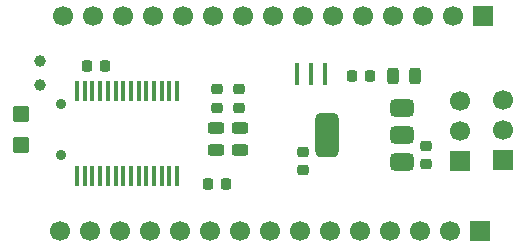
<source format=gbr>
%TF.GenerationSoftware,KiCad,Pcbnew,9.0.2*%
%TF.CreationDate,2025-07-20T14:30:59+05:30*%
%TF.ProjectId,Arduino nano,41726475-696e-46f2-906e-616e6f2e6b69,rev?*%
%TF.SameCoordinates,Original*%
%TF.FileFunction,Soldermask,Bot*%
%TF.FilePolarity,Negative*%
%FSLAX46Y46*%
G04 Gerber Fmt 4.6, Leading zero omitted, Abs format (unit mm)*
G04 Created by KiCad (PCBNEW 9.0.2) date 2025-07-20 14:30:59*
%MOMM*%
%LPD*%
G01*
G04 APERTURE LIST*
G04 Aperture macros list*
%AMRoundRect*
0 Rectangle with rounded corners*
0 $1 Rounding radius*
0 $2 $3 $4 $5 $6 $7 $8 $9 X,Y pos of 4 corners*
0 Add a 4 corners polygon primitive as box body*
4,1,4,$2,$3,$4,$5,$6,$7,$8,$9,$2,$3,0*
0 Add four circle primitives for the rounded corners*
1,1,$1+$1,$2,$3*
1,1,$1+$1,$4,$5*
1,1,$1+$1,$6,$7*
1,1,$1+$1,$8,$9*
0 Add four rect primitives between the rounded corners*
20,1,$1+$1,$2,$3,$4,$5,0*
20,1,$1+$1,$4,$5,$6,$7,0*
20,1,$1+$1,$6,$7,$8,$9,0*
20,1,$1+$1,$8,$9,$2,$3,0*%
G04 Aperture macros list end*
%ADD10C,0.900000*%
%ADD11R,1.700000X1.700000*%
%ADD12C,1.700000*%
%ADD13C,1.000000*%
%ADD14RoundRect,0.225000X0.225000X0.250000X-0.225000X0.250000X-0.225000X-0.250000X0.225000X-0.250000X0*%
%ADD15RoundRect,0.218750X-0.218750X-0.256250X0.218750X-0.256250X0.218750X0.256250X-0.218750X0.256250X0*%
%ADD16RoundRect,0.375000X0.625000X0.375000X-0.625000X0.375000X-0.625000X-0.375000X0.625000X-0.375000X0*%
%ADD17RoundRect,0.500000X0.500000X1.400000X-0.500000X1.400000X-0.500000X-1.400000X0.500000X-1.400000X0*%
%ADD18RoundRect,0.243750X-0.456250X0.243750X-0.456250X-0.243750X0.456250X-0.243750X0.456250X0.243750X0*%
%ADD19R,0.450000X1.750000*%
%ADD20RoundRect,0.218750X0.256250X-0.218750X0.256250X0.218750X-0.256250X0.218750X-0.256250X-0.218750X0*%
%ADD21RoundRect,0.225000X-0.250000X0.225000X-0.250000X-0.225000X0.250000X-0.225000X0.250000X0.225000X0*%
%ADD22RoundRect,0.243750X0.243750X0.456250X-0.243750X0.456250X-0.243750X-0.456250X0.243750X-0.456250X0*%
%ADD23RoundRect,0.225000X-0.225000X-0.250000X0.225000X-0.250000X0.225000X0.250000X-0.225000X0.250000X0*%
%ADD24RoundRect,0.250000X-0.445000X0.457500X-0.445000X-0.457500X0.445000X-0.457500X0.445000X0.457500X0*%
%ADD25R,0.400000X1.900000*%
G04 APERTURE END LIST*
D10*
%TO.C,J1*%
X194800000Y-86800000D03*
X194800000Y-91200000D03*
%TD*%
D11*
%TO.C,J2*%
X230320000Y-97600000D03*
D12*
X227780000Y-97600000D03*
X225240001Y-97600000D03*
X222700000Y-97600000D03*
X220160000Y-97600000D03*
X217620000Y-97600000D03*
X215080000Y-97600000D03*
X212539999Y-97600000D03*
X210000000Y-97600000D03*
X207460000Y-97600000D03*
X204920000Y-97600000D03*
X202380001Y-97600000D03*
X199840000Y-97600000D03*
X197300000Y-97600000D03*
X194760000Y-97600000D03*
%TD*%
D11*
%TO.C,J4*%
X230560000Y-79400000D03*
D12*
X228020000Y-79400000D03*
X225480001Y-79400000D03*
X222940000Y-79400000D03*
X220400000Y-79400000D03*
X217860000Y-79400000D03*
X215320000Y-79400000D03*
X212779999Y-79400000D03*
X210240000Y-79400000D03*
X207700000Y-79400000D03*
X205160000Y-79400000D03*
X202620001Y-79400000D03*
X200080000Y-79400000D03*
X197540000Y-79400000D03*
X195000000Y-79400000D03*
%TD*%
D11*
%TO.C,J5*%
X232200000Y-91600000D03*
D12*
X232200000Y-89060000D03*
X232200000Y-86520000D03*
%TD*%
D11*
%TO.C,J3*%
X228600000Y-91640000D03*
D12*
X228600000Y-89100000D03*
X228600000Y-86560000D03*
%TD*%
D13*
%TO.C,TP1*%
X193000000Y-85200000D03*
%TD*%
D14*
%TO.C,C8*%
X208775000Y-93600000D03*
X207225000Y-93600000D03*
%TD*%
D15*
%TO.C,R5*%
X219412499Y-84500000D03*
X220987501Y-84500000D03*
%TD*%
D16*
%TO.C,U2*%
X223670000Y-87140000D03*
X223669999Y-89440000D03*
D17*
X217370001Y-89440000D03*
D16*
X223670000Y-91740000D03*
%TD*%
D18*
%TO.C,D5*%
X210000000Y-88862499D03*
X210000000Y-90737501D03*
%TD*%
D19*
%TO.C,U3*%
X204625000Y-92900000D03*
X203975000Y-92900000D03*
X203325000Y-92900000D03*
X202675000Y-92900000D03*
X202025000Y-92900000D03*
X201375000Y-92900000D03*
X200725000Y-92900000D03*
X200075000Y-92900000D03*
X199425000Y-92900000D03*
X198775000Y-92900000D03*
X198125000Y-92900000D03*
X197475000Y-92900000D03*
X196825000Y-92900000D03*
X196175000Y-92900000D03*
X196175000Y-85700000D03*
X196825000Y-85700000D03*
X197475000Y-85700000D03*
X198125000Y-85700000D03*
X198775000Y-85700000D03*
X199425000Y-85700000D03*
X200075000Y-85700000D03*
X200725000Y-85700000D03*
X201375000Y-85700000D03*
X202025000Y-85700000D03*
X202675000Y-85700000D03*
X203325000Y-85700000D03*
X203975000Y-85700000D03*
X204625000Y-85700000D03*
%TD*%
D20*
%TO.C,R7*%
X209900000Y-87187501D03*
X209900000Y-85612499D03*
%TD*%
D21*
%TO.C,C6*%
X215320000Y-90890000D03*
X215320000Y-92440000D03*
%TD*%
D22*
%TO.C,D2*%
X224800000Y-84500000D03*
X222925000Y-84500000D03*
%TD*%
D21*
%TO.C,C5*%
X225720000Y-90365000D03*
X225720000Y-91915000D03*
%TD*%
D23*
%TO.C,C7*%
X197025000Y-83600000D03*
X198575000Y-83600000D03*
%TD*%
D24*
%TO.C,C9*%
X191400000Y-87647500D03*
X191400000Y-90352500D03*
%TD*%
D13*
%TO.C,TP2*%
X193000000Y-83200000D03*
%TD*%
D25*
%TO.C,Y1*%
X217200000Y-84300000D03*
X216000000Y-84300000D03*
X214800000Y-84300000D03*
%TD*%
D20*
%TO.C,R6*%
X208000000Y-87187501D03*
X208000000Y-85612499D03*
%TD*%
D18*
%TO.C,D4*%
X207900000Y-88862499D03*
X207900000Y-90737501D03*
%TD*%
M02*

</source>
